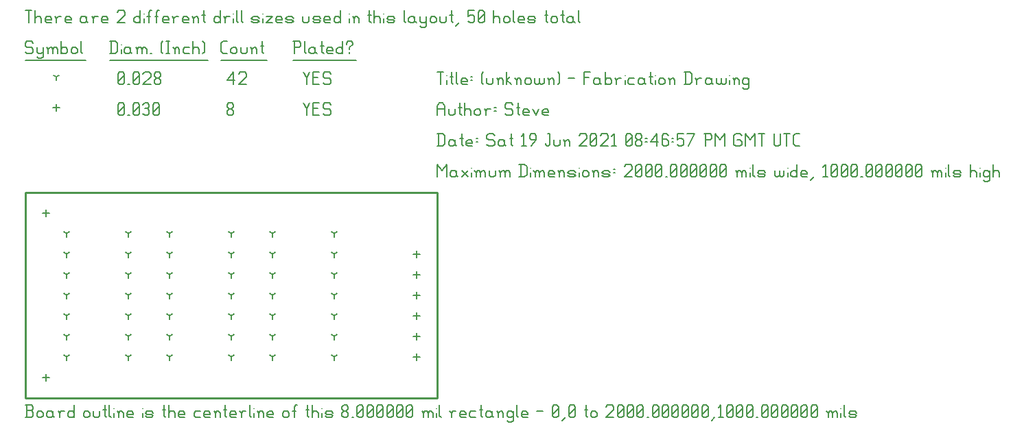
<source format=gbr>
G04 start of page 17 for group -3984 idx -3984 *
G04 Title: (unknown), fab *
G04 Creator: pcb 20140316 *
G04 CreationDate: Sat 19 Jun 2021 08:46:57 PM GMT UTC *
G04 For: steve *
G04 Format: Gerber/RS-274X *
G04 PCB-Dimensions (mil): 2000.00 1000.00 *
G04 PCB-Coordinate-Origin: lower left *
%MOIN*%
%FSLAX25Y25*%
%LNFAB*%
%ADD61C,0.0100*%
%ADD60C,0.0075*%
%ADD59C,0.0060*%
%ADD58C,0.0080*%
G54D58*X190000Y41600D02*Y38400D01*
X188400Y40000D02*X191600D01*
X190000Y31600D02*Y28400D01*
X188400Y30000D02*X191600D01*
X190000Y51600D02*Y48400D01*
X188400Y50000D02*X191600D01*
X190000Y61600D02*Y58400D01*
X188400Y60000D02*X191600D01*
X190000Y71600D02*Y68400D01*
X188400Y70000D02*X191600D01*
X190000Y21600D02*Y18400D01*
X188400Y20000D02*X191600D01*
X10000Y91600D02*Y88400D01*
X8400Y90000D02*X11600D01*
X10000Y11600D02*Y8400D01*
X8400Y10000D02*X11600D01*
X15000Y142850D02*Y139650D01*
X13400Y141250D02*X16600D01*
G54D59*X135000Y143500D02*X136500Y140500D01*
X138000Y143500D01*
X136500Y140500D02*Y137500D01*
X139800Y140800D02*X142050D01*
X139800Y137500D02*X142800D01*
X139800Y143500D02*Y137500D01*
Y143500D02*X142800D01*
X147600D02*X148350Y142750D01*
X145350Y143500D02*X147600D01*
X144600Y142750D02*X145350Y143500D01*
X144600Y142750D02*Y141250D01*
X145350Y140500D01*
X147600D01*
X148350Y139750D01*
Y138250D01*
X147600Y137500D02*X148350Y138250D01*
X145350Y137500D02*X147600D01*
X144600Y138250D02*X145350Y137500D01*
X98000Y138250D02*X98750Y137500D01*
X98000Y139450D02*Y138250D01*
Y139450D02*X99050Y140500D01*
X99950D01*
X101000Y139450D01*
Y138250D01*
X100250Y137500D02*X101000Y138250D01*
X98750Y137500D02*X100250D01*
X98000Y141550D02*X99050Y140500D01*
X98000Y142750D02*Y141550D01*
Y142750D02*X98750Y143500D01*
X100250D01*
X101000Y142750D01*
Y141550D01*
X99950Y140500D02*X101000Y141550D01*
X45000Y138250D02*X45750Y137500D01*
X45000Y142750D02*Y138250D01*
Y142750D02*X45750Y143500D01*
X47250D01*
X48000Y142750D01*
Y138250D01*
X47250Y137500D02*X48000Y138250D01*
X45750Y137500D02*X47250D01*
X45000Y139000D02*X48000Y142000D01*
X49800Y137500D02*X50550D01*
X52350Y138250D02*X53100Y137500D01*
X52350Y142750D02*Y138250D01*
Y142750D02*X53100Y143500D01*
X54600D01*
X55350Y142750D01*
Y138250D01*
X54600Y137500D02*X55350Y138250D01*
X53100Y137500D02*X54600D01*
X52350Y139000D02*X55350Y142000D01*
X57150Y142750D02*X57900Y143500D01*
X59400D01*
X60150Y142750D01*
X59400Y137500D02*X60150Y138250D01*
X57900Y137500D02*X59400D01*
X57150Y138250D02*X57900Y137500D01*
Y140800D02*X59400D01*
X60150Y142750D02*Y141550D01*
Y140050D02*Y138250D01*
Y140050D02*X59400Y140800D01*
X60150Y141550D02*X59400Y140800D01*
X61950Y138250D02*X62700Y137500D01*
X61950Y142750D02*Y138250D01*
Y142750D02*X62700Y143500D01*
X64200D01*
X64950Y142750D01*
Y138250D01*
X64200Y137500D02*X64950Y138250D01*
X62700Y137500D02*X64200D01*
X61950Y139000D02*X64950Y142000D01*
X20000Y80000D02*Y78400D01*
Y80000D02*X21387Y80800D01*
X20000Y80000D02*X18613Y80800D01*
X20000Y70000D02*Y68400D01*
Y70000D02*X21387Y70800D01*
X20000Y70000D02*X18613Y70800D01*
X20000Y60000D02*Y58400D01*
Y60000D02*X21387Y60800D01*
X20000Y60000D02*X18613Y60800D01*
X20000Y50000D02*Y48400D01*
Y50000D02*X21387Y50800D01*
X20000Y50000D02*X18613Y50800D01*
X20000Y40000D02*Y38400D01*
Y40000D02*X21387Y40800D01*
X20000Y40000D02*X18613Y40800D01*
X20000Y30000D02*Y28400D01*
Y30000D02*X21387Y30800D01*
X20000Y30000D02*X18613Y30800D01*
X20000Y20000D02*Y18400D01*
Y20000D02*X21387Y20800D01*
X20000Y20000D02*X18613Y20800D01*
X50000Y20000D02*Y18400D01*
Y20000D02*X51387Y20800D01*
X50000Y20000D02*X48613Y20800D01*
X50000Y30000D02*Y28400D01*
Y30000D02*X51387Y30800D01*
X50000Y30000D02*X48613Y30800D01*
X50000Y40000D02*Y38400D01*
Y40000D02*X51387Y40800D01*
X50000Y40000D02*X48613Y40800D01*
X50000Y50000D02*Y48400D01*
Y50000D02*X51387Y50800D01*
X50000Y50000D02*X48613Y50800D01*
X50000Y60000D02*Y58400D01*
Y60000D02*X51387Y60800D01*
X50000Y60000D02*X48613Y60800D01*
X50000Y70000D02*Y68400D01*
Y70000D02*X51387Y70800D01*
X50000Y70000D02*X48613Y70800D01*
X50000Y80000D02*Y78400D01*
Y80000D02*X51387Y80800D01*
X50000Y80000D02*X48613Y80800D01*
X70000Y80000D02*Y78400D01*
Y80000D02*X71387Y80800D01*
X70000Y80000D02*X68613Y80800D01*
X70000Y70000D02*Y68400D01*
Y70000D02*X71387Y70800D01*
X70000Y70000D02*X68613Y70800D01*
X70000Y60000D02*Y58400D01*
Y60000D02*X71387Y60800D01*
X70000Y60000D02*X68613Y60800D01*
X70000Y50000D02*Y48400D01*
Y50000D02*X71387Y50800D01*
X70000Y50000D02*X68613Y50800D01*
X70000Y40000D02*Y38400D01*
Y40000D02*X71387Y40800D01*
X70000Y40000D02*X68613Y40800D01*
X70000Y30000D02*Y28400D01*
Y30000D02*X71387Y30800D01*
X70000Y30000D02*X68613Y30800D01*
X70000Y20000D02*Y18400D01*
Y20000D02*X71387Y20800D01*
X70000Y20000D02*X68613Y20800D01*
X100000Y20000D02*Y18400D01*
Y20000D02*X101387Y20800D01*
X100000Y20000D02*X98613Y20800D01*
X100000Y30000D02*Y28400D01*
Y30000D02*X101387Y30800D01*
X100000Y30000D02*X98613Y30800D01*
X100000Y40000D02*Y38400D01*
Y40000D02*X101387Y40800D01*
X100000Y40000D02*X98613Y40800D01*
X100000Y50000D02*Y48400D01*
Y50000D02*X101387Y50800D01*
X100000Y50000D02*X98613Y50800D01*
X100000Y60000D02*Y58400D01*
Y60000D02*X101387Y60800D01*
X100000Y60000D02*X98613Y60800D01*
X100000Y70000D02*Y68400D01*
Y70000D02*X101387Y70800D01*
X100000Y70000D02*X98613Y70800D01*
X100000Y80000D02*Y78400D01*
Y80000D02*X101387Y80800D01*
X100000Y80000D02*X98613Y80800D01*
X120000Y80000D02*Y78400D01*
Y80000D02*X121387Y80800D01*
X120000Y80000D02*X118613Y80800D01*
X120000Y70000D02*Y68400D01*
Y70000D02*X121387Y70800D01*
X120000Y70000D02*X118613Y70800D01*
X120000Y60000D02*Y58400D01*
Y60000D02*X121387Y60800D01*
X120000Y60000D02*X118613Y60800D01*
X120000Y50000D02*Y48400D01*
Y50000D02*X121387Y50800D01*
X120000Y50000D02*X118613Y50800D01*
X120000Y40000D02*Y38400D01*
Y40000D02*X121387Y40800D01*
X120000Y40000D02*X118613Y40800D01*
X120000Y30000D02*Y28400D01*
Y30000D02*X121387Y30800D01*
X120000Y30000D02*X118613Y30800D01*
X120000Y20000D02*Y18400D01*
Y20000D02*X121387Y20800D01*
X120000Y20000D02*X118613Y20800D01*
X150000Y20000D02*Y18400D01*
Y20000D02*X151387Y20800D01*
X150000Y20000D02*X148613Y20800D01*
X150000Y30000D02*Y28400D01*
Y30000D02*X151387Y30800D01*
X150000Y30000D02*X148613Y30800D01*
X150000Y40000D02*Y38400D01*
Y40000D02*X151387Y40800D01*
X150000Y40000D02*X148613Y40800D01*
X150000Y50000D02*Y48400D01*
Y50000D02*X151387Y50800D01*
X150000Y50000D02*X148613Y50800D01*
X150000Y60000D02*Y58400D01*
Y60000D02*X151387Y60800D01*
X150000Y60000D02*X148613Y60800D01*
X150000Y70000D02*Y68400D01*
Y70000D02*X151387Y70800D01*
X150000Y70000D02*X148613Y70800D01*
X150000Y80000D02*Y78400D01*
Y80000D02*X151387Y80800D01*
X150000Y80000D02*X148613Y80800D01*
X15000Y156250D02*Y154650D01*
Y156250D02*X16387Y157050D01*
X15000Y156250D02*X13613Y157050D01*
X135000Y158500D02*X136500Y155500D01*
X138000Y158500D01*
X136500Y155500D02*Y152500D01*
X139800Y155800D02*X142050D01*
X139800Y152500D02*X142800D01*
X139800Y158500D02*Y152500D01*
Y158500D02*X142800D01*
X147600D02*X148350Y157750D01*
X145350Y158500D02*X147600D01*
X144600Y157750D02*X145350Y158500D01*
X144600Y157750D02*Y156250D01*
X145350Y155500D01*
X147600D01*
X148350Y154750D01*
Y153250D01*
X147600Y152500D02*X148350Y153250D01*
X145350Y152500D02*X147600D01*
X144600Y153250D02*X145350Y152500D01*
X98000Y154750D02*X101000Y158500D01*
X98000Y154750D02*X101750D01*
X101000Y158500D02*Y152500D01*
X103550Y157750D02*X104300Y158500D01*
X106550D01*
X107300Y157750D01*
Y156250D01*
X103550Y152500D02*X107300Y156250D01*
X103550Y152500D02*X107300D01*
X45000Y153250D02*X45750Y152500D01*
X45000Y157750D02*Y153250D01*
Y157750D02*X45750Y158500D01*
X47250D01*
X48000Y157750D01*
Y153250D01*
X47250Y152500D02*X48000Y153250D01*
X45750Y152500D02*X47250D01*
X45000Y154000D02*X48000Y157000D01*
X49800Y152500D02*X50550D01*
X52350Y153250D02*X53100Y152500D01*
X52350Y157750D02*Y153250D01*
Y157750D02*X53100Y158500D01*
X54600D01*
X55350Y157750D01*
Y153250D01*
X54600Y152500D02*X55350Y153250D01*
X53100Y152500D02*X54600D01*
X52350Y154000D02*X55350Y157000D01*
X57150Y157750D02*X57900Y158500D01*
X60150D01*
X60900Y157750D01*
Y156250D01*
X57150Y152500D02*X60900Y156250D01*
X57150Y152500D02*X60900D01*
X62700Y153250D02*X63450Y152500D01*
X62700Y154450D02*Y153250D01*
Y154450D02*X63750Y155500D01*
X64650D01*
X65700Y154450D01*
Y153250D01*
X64950Y152500D02*X65700Y153250D01*
X63450Y152500D02*X64950D01*
X62700Y156550D02*X63750Y155500D01*
X62700Y157750D02*Y156550D01*
Y157750D02*X63450Y158500D01*
X64950D01*
X65700Y157750D01*
Y156550D01*
X64650Y155500D02*X65700Y156550D01*
X3000Y173500D02*X3750Y172750D01*
X750Y173500D02*X3000D01*
X0Y172750D02*X750Y173500D01*
X0Y172750D02*Y171250D01*
X750Y170500D01*
X3000D01*
X3750Y169750D01*
Y168250D01*
X3000Y167500D02*X3750Y168250D01*
X750Y167500D02*X3000D01*
X0Y168250D02*X750Y167500D01*
X5550Y170500D02*Y168250D01*
X6300Y167500D01*
X8550Y170500D02*Y166000D01*
X7800Y165250D02*X8550Y166000D01*
X6300Y165250D02*X7800D01*
X5550Y166000D02*X6300Y165250D01*
Y167500D02*X7800D01*
X8550Y168250D01*
X11100Y169750D02*Y167500D01*
Y169750D02*X11850Y170500D01*
X12600D01*
X13350Y169750D01*
Y167500D01*
Y169750D02*X14100Y170500D01*
X14850D01*
X15600Y169750D01*
Y167500D01*
X10350Y170500D02*X11100Y169750D01*
X17400Y173500D02*Y167500D01*
Y168250D02*X18150Y167500D01*
X19650D01*
X20400Y168250D01*
Y169750D02*Y168250D01*
X19650Y170500D02*X20400Y169750D01*
X18150Y170500D02*X19650D01*
X17400Y169750D02*X18150Y170500D01*
X22200Y169750D02*Y168250D01*
Y169750D02*X22950Y170500D01*
X24450D01*
X25200Y169750D01*
Y168250D01*
X24450Y167500D02*X25200Y168250D01*
X22950Y167500D02*X24450D01*
X22200Y168250D02*X22950Y167500D01*
X27000Y173500D02*Y168250D01*
X27750Y167500D01*
X0Y164250D02*X29250D01*
X41750Y173500D02*Y167500D01*
X43700Y173500D02*X44750Y172450D01*
Y168550D01*
X43700Y167500D02*X44750Y168550D01*
X41000Y167500D02*X43700D01*
X41000Y173500D02*X43700D01*
G54D60*X46550Y172000D02*Y171850D01*
G54D59*Y169750D02*Y167500D01*
X50300Y170500D02*X51050Y169750D01*
X48800Y170500D02*X50300D01*
X48050Y169750D02*X48800Y170500D01*
X48050Y169750D02*Y168250D01*
X48800Y167500D01*
X51050Y170500D02*Y168250D01*
X51800Y167500D01*
X48800D02*X50300D01*
X51050Y168250D01*
X54350Y169750D02*Y167500D01*
Y169750D02*X55100Y170500D01*
X55850D01*
X56600Y169750D01*
Y167500D01*
Y169750D02*X57350Y170500D01*
X58100D01*
X58850Y169750D01*
Y167500D01*
X53600Y170500D02*X54350Y169750D01*
X60650Y167500D02*X61400D01*
X65900Y168250D02*X66650Y167500D01*
X65900Y172750D02*X66650Y173500D01*
X65900Y172750D02*Y168250D01*
X68450Y173500D02*X69950D01*
X69200D02*Y167500D01*
X68450D02*X69950D01*
X72500Y169750D02*Y167500D01*
Y169750D02*X73250Y170500D01*
X74000D01*
X74750Y169750D01*
Y167500D01*
X71750Y170500D02*X72500Y169750D01*
X77300Y170500D02*X79550D01*
X76550Y169750D02*X77300Y170500D01*
X76550Y169750D02*Y168250D01*
X77300Y167500D01*
X79550D01*
X81350Y173500D02*Y167500D01*
Y169750D02*X82100Y170500D01*
X83600D01*
X84350Y169750D01*
Y167500D01*
X86150Y173500D02*X86900Y172750D01*
Y168250D01*
X86150Y167500D02*X86900Y168250D01*
X41000Y164250D02*X88700D01*
X96050Y167500D02*X98000D01*
X95000Y168550D02*X96050Y167500D01*
X95000Y172450D02*Y168550D01*
Y172450D02*X96050Y173500D01*
X98000D01*
X99800Y169750D02*Y168250D01*
Y169750D02*X100550Y170500D01*
X102050D01*
X102800Y169750D01*
Y168250D01*
X102050Y167500D02*X102800Y168250D01*
X100550Y167500D02*X102050D01*
X99800Y168250D02*X100550Y167500D01*
X104600Y170500D02*Y168250D01*
X105350Y167500D01*
X106850D01*
X107600Y168250D01*
Y170500D02*Y168250D01*
X110150Y169750D02*Y167500D01*
Y169750D02*X110900Y170500D01*
X111650D01*
X112400Y169750D01*
Y167500D01*
X109400Y170500D02*X110150Y169750D01*
X114950Y173500D02*Y168250D01*
X115700Y167500D01*
X114200Y171250D02*X115700D01*
X95000Y164250D02*X117200D01*
X130750Y173500D02*Y167500D01*
X130000Y173500D02*X133000D01*
X133750Y172750D01*
Y171250D01*
X133000Y170500D02*X133750Y171250D01*
X130750Y170500D02*X133000D01*
X135550Y173500D02*Y168250D01*
X136300Y167500D01*
X140050Y170500D02*X140800Y169750D01*
X138550Y170500D02*X140050D01*
X137800Y169750D02*X138550Y170500D01*
X137800Y169750D02*Y168250D01*
X138550Y167500D01*
X140800Y170500D02*Y168250D01*
X141550Y167500D01*
X138550D02*X140050D01*
X140800Y168250D01*
X144100Y173500D02*Y168250D01*
X144850Y167500D01*
X143350Y171250D02*X144850D01*
X147100Y167500D02*X149350D01*
X146350Y168250D02*X147100Y167500D01*
X146350Y169750D02*Y168250D01*
Y169750D02*X147100Y170500D01*
X148600D01*
X149350Y169750D01*
X146350Y169000D02*X149350D01*
Y169750D02*Y169000D01*
X154150Y173500D02*Y167500D01*
X153400D02*X154150Y168250D01*
X151900Y167500D02*X153400D01*
X151150Y168250D02*X151900Y167500D01*
X151150Y169750D02*Y168250D01*
Y169750D02*X151900Y170500D01*
X153400D01*
X154150Y169750D01*
X157450Y170500D02*Y169750D01*
Y168250D02*Y167500D01*
X155950Y172750D02*Y172000D01*
Y172750D02*X156700Y173500D01*
X158200D01*
X158950Y172750D01*
Y172000D01*
X157450Y170500D02*X158950Y172000D01*
X130000Y164250D02*X160750D01*
X0Y188500D02*X3000D01*
X1500D02*Y182500D01*
X4800Y188500D02*Y182500D01*
Y184750D02*X5550Y185500D01*
X7050D01*
X7800Y184750D01*
Y182500D01*
X10350D02*X12600D01*
X9600Y183250D02*X10350Y182500D01*
X9600Y184750D02*Y183250D01*
Y184750D02*X10350Y185500D01*
X11850D01*
X12600Y184750D01*
X9600Y184000D02*X12600D01*
Y184750D02*Y184000D01*
X15150Y184750D02*Y182500D01*
Y184750D02*X15900Y185500D01*
X17400D01*
X14400D02*X15150Y184750D01*
X19950Y182500D02*X22200D01*
X19200Y183250D02*X19950Y182500D01*
X19200Y184750D02*Y183250D01*
Y184750D02*X19950Y185500D01*
X21450D01*
X22200Y184750D01*
X19200Y184000D02*X22200D01*
Y184750D02*Y184000D01*
X28950Y185500D02*X29700Y184750D01*
X27450Y185500D02*X28950D01*
X26700Y184750D02*X27450Y185500D01*
X26700Y184750D02*Y183250D01*
X27450Y182500D01*
X29700Y185500D02*Y183250D01*
X30450Y182500D01*
X27450D02*X28950D01*
X29700Y183250D01*
X33000Y184750D02*Y182500D01*
Y184750D02*X33750Y185500D01*
X35250D01*
X32250D02*X33000Y184750D01*
X37800Y182500D02*X40050D01*
X37050Y183250D02*X37800Y182500D01*
X37050Y184750D02*Y183250D01*
Y184750D02*X37800Y185500D01*
X39300D01*
X40050Y184750D01*
X37050Y184000D02*X40050D01*
Y184750D02*Y184000D01*
X44550Y187750D02*X45300Y188500D01*
X47550D01*
X48300Y187750D01*
Y186250D01*
X44550Y182500D02*X48300Y186250D01*
X44550Y182500D02*X48300D01*
X55800Y188500D02*Y182500D01*
X55050D02*X55800Y183250D01*
X53550Y182500D02*X55050D01*
X52800Y183250D02*X53550Y182500D01*
X52800Y184750D02*Y183250D01*
Y184750D02*X53550Y185500D01*
X55050D01*
X55800Y184750D01*
G54D60*X57600Y187000D02*Y186850D01*
G54D59*Y184750D02*Y182500D01*
X59850Y187750D02*Y182500D01*
Y187750D02*X60600Y188500D01*
X61350D01*
X59100Y185500D02*X60600D01*
X63600Y187750D02*Y182500D01*
Y187750D02*X64350Y188500D01*
X65100D01*
X62850Y185500D02*X64350D01*
X67350Y182500D02*X69600D01*
X66600Y183250D02*X67350Y182500D01*
X66600Y184750D02*Y183250D01*
Y184750D02*X67350Y185500D01*
X68850D01*
X69600Y184750D01*
X66600Y184000D02*X69600D01*
Y184750D02*Y184000D01*
X72150Y184750D02*Y182500D01*
Y184750D02*X72900Y185500D01*
X74400D01*
X71400D02*X72150Y184750D01*
X76950Y182500D02*X79200D01*
X76200Y183250D02*X76950Y182500D01*
X76200Y184750D02*Y183250D01*
Y184750D02*X76950Y185500D01*
X78450D01*
X79200Y184750D01*
X76200Y184000D02*X79200D01*
Y184750D02*Y184000D01*
X81750Y184750D02*Y182500D01*
Y184750D02*X82500Y185500D01*
X83250D01*
X84000Y184750D01*
Y182500D01*
X81000Y185500D02*X81750Y184750D01*
X86550Y188500D02*Y183250D01*
X87300Y182500D01*
X85800Y186250D02*X87300D01*
X94500Y188500D02*Y182500D01*
X93750D02*X94500Y183250D01*
X92250Y182500D02*X93750D01*
X91500Y183250D02*X92250Y182500D01*
X91500Y184750D02*Y183250D01*
Y184750D02*X92250Y185500D01*
X93750D01*
X94500Y184750D01*
X97050D02*Y182500D01*
Y184750D02*X97800Y185500D01*
X99300D01*
X96300D02*X97050Y184750D01*
G54D60*X101100Y187000D02*Y186850D01*
G54D59*Y184750D02*Y182500D01*
X102600Y188500D02*Y183250D01*
X103350Y182500D01*
X104850Y188500D02*Y183250D01*
X105600Y182500D01*
X110550D02*X112800D01*
X113550Y183250D01*
X112800Y184000D02*X113550Y183250D01*
X110550Y184000D02*X112800D01*
X109800Y184750D02*X110550Y184000D01*
X109800Y184750D02*X110550Y185500D01*
X112800D01*
X113550Y184750D01*
X109800Y183250D02*X110550Y182500D01*
G54D60*X115350Y187000D02*Y186850D01*
G54D59*Y184750D02*Y182500D01*
X116850Y185500D02*X119850D01*
X116850Y182500D02*X119850Y185500D01*
X116850Y182500D02*X119850D01*
X122400D02*X124650D01*
X121650Y183250D02*X122400Y182500D01*
X121650Y184750D02*Y183250D01*
Y184750D02*X122400Y185500D01*
X123900D01*
X124650Y184750D01*
X121650Y184000D02*X124650D01*
Y184750D02*Y184000D01*
X127200Y182500D02*X129450D01*
X130200Y183250D01*
X129450Y184000D02*X130200Y183250D01*
X127200Y184000D02*X129450D01*
X126450Y184750D02*X127200Y184000D01*
X126450Y184750D02*X127200Y185500D01*
X129450D01*
X130200Y184750D01*
X126450Y183250D02*X127200Y182500D01*
X134700Y185500D02*Y183250D01*
X135450Y182500D01*
X136950D01*
X137700Y183250D01*
Y185500D02*Y183250D01*
X140250Y182500D02*X142500D01*
X143250Y183250D01*
X142500Y184000D02*X143250Y183250D01*
X140250Y184000D02*X142500D01*
X139500Y184750D02*X140250Y184000D01*
X139500Y184750D02*X140250Y185500D01*
X142500D01*
X143250Y184750D01*
X139500Y183250D02*X140250Y182500D01*
X145800D02*X148050D01*
X145050Y183250D02*X145800Y182500D01*
X145050Y184750D02*Y183250D01*
Y184750D02*X145800Y185500D01*
X147300D01*
X148050Y184750D01*
X145050Y184000D02*X148050D01*
Y184750D02*Y184000D01*
X152850Y188500D02*Y182500D01*
X152100D02*X152850Y183250D01*
X150600Y182500D02*X152100D01*
X149850Y183250D02*X150600Y182500D01*
X149850Y184750D02*Y183250D01*
Y184750D02*X150600Y185500D01*
X152100D01*
X152850Y184750D01*
G54D60*X157350Y187000D02*Y186850D01*
G54D59*Y184750D02*Y182500D01*
X159600Y184750D02*Y182500D01*
Y184750D02*X160350Y185500D01*
X161100D01*
X161850Y184750D01*
Y182500D01*
X158850Y185500D02*X159600Y184750D01*
X167100Y188500D02*Y183250D01*
X167850Y182500D01*
X166350Y186250D02*X167850D01*
X169350Y188500D02*Y182500D01*
Y184750D02*X170100Y185500D01*
X171600D01*
X172350Y184750D01*
Y182500D01*
G54D60*X174150Y187000D02*Y186850D01*
G54D59*Y184750D02*Y182500D01*
X176400D02*X178650D01*
X179400Y183250D01*
X178650Y184000D02*X179400Y183250D01*
X176400Y184000D02*X178650D01*
X175650Y184750D02*X176400Y184000D01*
X175650Y184750D02*X176400Y185500D01*
X178650D01*
X179400Y184750D01*
X175650Y183250D02*X176400Y182500D01*
X183900Y188500D02*Y183250D01*
X184650Y182500D01*
X188400Y185500D02*X189150Y184750D01*
X186900Y185500D02*X188400D01*
X186150Y184750D02*X186900Y185500D01*
X186150Y184750D02*Y183250D01*
X186900Y182500D01*
X189150Y185500D02*Y183250D01*
X189900Y182500D01*
X186900D02*X188400D01*
X189150Y183250D01*
X191700Y185500D02*Y183250D01*
X192450Y182500D01*
X194700Y185500D02*Y181000D01*
X193950Y180250D02*X194700Y181000D01*
X192450Y180250D02*X193950D01*
X191700Y181000D02*X192450Y180250D01*
Y182500D02*X193950D01*
X194700Y183250D01*
X196500Y184750D02*Y183250D01*
Y184750D02*X197250Y185500D01*
X198750D01*
X199500Y184750D01*
Y183250D01*
X198750Y182500D02*X199500Y183250D01*
X197250Y182500D02*X198750D01*
X196500Y183250D02*X197250Y182500D01*
X201300Y185500D02*Y183250D01*
X202050Y182500D01*
X203550D01*
X204300Y183250D01*
Y185500D02*Y183250D01*
X206850Y188500D02*Y183250D01*
X207600Y182500D01*
X206100Y186250D02*X207600D01*
X209100Y181000D02*X210600Y182500D01*
X215100Y188500D02*X218100D01*
X215100D02*Y185500D01*
X215850Y186250D01*
X217350D01*
X218100Y185500D01*
Y183250D01*
X217350Y182500D02*X218100Y183250D01*
X215850Y182500D02*X217350D01*
X215100Y183250D02*X215850Y182500D01*
X219900Y183250D02*X220650Y182500D01*
X219900Y187750D02*Y183250D01*
Y187750D02*X220650Y188500D01*
X222150D01*
X222900Y187750D01*
Y183250D01*
X222150Y182500D02*X222900Y183250D01*
X220650Y182500D02*X222150D01*
X219900Y184000D02*X222900Y187000D01*
X227400Y188500D02*Y182500D01*
Y184750D02*X228150Y185500D01*
X229650D01*
X230400Y184750D01*
Y182500D01*
X232200Y184750D02*Y183250D01*
Y184750D02*X232950Y185500D01*
X234450D01*
X235200Y184750D01*
Y183250D01*
X234450Y182500D02*X235200Y183250D01*
X232950Y182500D02*X234450D01*
X232200Y183250D02*X232950Y182500D01*
X237000Y188500D02*Y183250D01*
X237750Y182500D01*
X240000D02*X242250D01*
X239250Y183250D02*X240000Y182500D01*
X239250Y184750D02*Y183250D01*
Y184750D02*X240000Y185500D01*
X241500D01*
X242250Y184750D01*
X239250Y184000D02*X242250D01*
Y184750D02*Y184000D01*
X244800Y182500D02*X247050D01*
X247800Y183250D01*
X247050Y184000D02*X247800Y183250D01*
X244800Y184000D02*X247050D01*
X244050Y184750D02*X244800Y184000D01*
X244050Y184750D02*X244800Y185500D01*
X247050D01*
X247800Y184750D01*
X244050Y183250D02*X244800Y182500D01*
X253050Y188500D02*Y183250D01*
X253800Y182500D01*
X252300Y186250D02*X253800D01*
X255300Y184750D02*Y183250D01*
Y184750D02*X256050Y185500D01*
X257550D01*
X258300Y184750D01*
Y183250D01*
X257550Y182500D02*X258300Y183250D01*
X256050Y182500D02*X257550D01*
X255300Y183250D02*X256050Y182500D01*
X260850Y188500D02*Y183250D01*
X261600Y182500D01*
X260100Y186250D02*X261600D01*
X265350Y185500D02*X266100Y184750D01*
X263850Y185500D02*X265350D01*
X263100Y184750D02*X263850Y185500D01*
X263100Y184750D02*Y183250D01*
X263850Y182500D01*
X266100Y185500D02*Y183250D01*
X266850Y182500D01*
X263850D02*X265350D01*
X266100Y183250D01*
X268650Y188500D02*Y183250D01*
X269400Y182500D01*
G54D61*X0Y100000D02*X200000D01*
X0D02*Y0D01*
X200000Y100000D02*Y0D01*
X0D02*X200000D01*
G54D59*Y113500D02*Y107500D01*
Y113500D02*X202250Y110500D01*
X204500Y113500D01*
Y107500D01*
X208550Y110500D02*X209300Y109750D01*
X207050Y110500D02*X208550D01*
X206300Y109750D02*X207050Y110500D01*
X206300Y109750D02*Y108250D01*
X207050Y107500D01*
X209300Y110500D02*Y108250D01*
X210050Y107500D01*
X207050D02*X208550D01*
X209300Y108250D01*
X211850Y110500D02*X214850Y107500D01*
X211850D02*X214850Y110500D01*
G54D60*X216650Y112000D02*Y111850D01*
G54D59*Y109750D02*Y107500D01*
X218900Y109750D02*Y107500D01*
Y109750D02*X219650Y110500D01*
X220400D01*
X221150Y109750D01*
Y107500D01*
Y109750D02*X221900Y110500D01*
X222650D01*
X223400Y109750D01*
Y107500D01*
X218150Y110500D02*X218900Y109750D01*
X225200Y110500D02*Y108250D01*
X225950Y107500D01*
X227450D01*
X228200Y108250D01*
Y110500D02*Y108250D01*
X230750Y109750D02*Y107500D01*
Y109750D02*X231500Y110500D01*
X232250D01*
X233000Y109750D01*
Y107500D01*
Y109750D02*X233750Y110500D01*
X234500D01*
X235250Y109750D01*
Y107500D01*
X230000Y110500D02*X230750Y109750D01*
X240500Y113500D02*Y107500D01*
X242450Y113500D02*X243500Y112450D01*
Y108550D01*
X242450Y107500D02*X243500Y108550D01*
X239750Y107500D02*X242450D01*
X239750Y113500D02*X242450D01*
G54D60*X245300Y112000D02*Y111850D01*
G54D59*Y109750D02*Y107500D01*
X247550Y109750D02*Y107500D01*
Y109750D02*X248300Y110500D01*
X249050D01*
X249800Y109750D01*
Y107500D01*
Y109750D02*X250550Y110500D01*
X251300D01*
X252050Y109750D01*
Y107500D01*
X246800Y110500D02*X247550Y109750D01*
X254600Y107500D02*X256850D01*
X253850Y108250D02*X254600Y107500D01*
X253850Y109750D02*Y108250D01*
Y109750D02*X254600Y110500D01*
X256100D01*
X256850Y109750D01*
X253850Y109000D02*X256850D01*
Y109750D02*Y109000D01*
X259400Y109750D02*Y107500D01*
Y109750D02*X260150Y110500D01*
X260900D01*
X261650Y109750D01*
Y107500D01*
X258650Y110500D02*X259400Y109750D01*
X264200Y107500D02*X266450D01*
X267200Y108250D01*
X266450Y109000D02*X267200Y108250D01*
X264200Y109000D02*X266450D01*
X263450Y109750D02*X264200Y109000D01*
X263450Y109750D02*X264200Y110500D01*
X266450D01*
X267200Y109750D01*
X263450Y108250D02*X264200Y107500D01*
G54D60*X269000Y112000D02*Y111850D01*
G54D59*Y109750D02*Y107500D01*
X270500Y109750D02*Y108250D01*
Y109750D02*X271250Y110500D01*
X272750D01*
X273500Y109750D01*
Y108250D01*
X272750Y107500D02*X273500Y108250D01*
X271250Y107500D02*X272750D01*
X270500Y108250D02*X271250Y107500D01*
X276050Y109750D02*Y107500D01*
Y109750D02*X276800Y110500D01*
X277550D01*
X278300Y109750D01*
Y107500D01*
X275300Y110500D02*X276050Y109750D01*
X280850Y107500D02*X283100D01*
X283850Y108250D01*
X283100Y109000D02*X283850Y108250D01*
X280850Y109000D02*X283100D01*
X280100Y109750D02*X280850Y109000D01*
X280100Y109750D02*X280850Y110500D01*
X283100D01*
X283850Y109750D01*
X280100Y108250D02*X280850Y107500D01*
X285650Y111250D02*X286400D01*
X285650Y109750D02*X286400D01*
X290900Y112750D02*X291650Y113500D01*
X293900D01*
X294650Y112750D01*
Y111250D01*
X290900Y107500D02*X294650Y111250D01*
X290900Y107500D02*X294650D01*
X296450Y108250D02*X297200Y107500D01*
X296450Y112750D02*Y108250D01*
Y112750D02*X297200Y113500D01*
X298700D01*
X299450Y112750D01*
Y108250D01*
X298700Y107500D02*X299450Y108250D01*
X297200Y107500D02*X298700D01*
X296450Y109000D02*X299450Y112000D01*
X301250Y108250D02*X302000Y107500D01*
X301250Y112750D02*Y108250D01*
Y112750D02*X302000Y113500D01*
X303500D01*
X304250Y112750D01*
Y108250D01*
X303500Y107500D02*X304250Y108250D01*
X302000Y107500D02*X303500D01*
X301250Y109000D02*X304250Y112000D01*
X306050Y108250D02*X306800Y107500D01*
X306050Y112750D02*Y108250D01*
Y112750D02*X306800Y113500D01*
X308300D01*
X309050Y112750D01*
Y108250D01*
X308300Y107500D02*X309050Y108250D01*
X306800Y107500D02*X308300D01*
X306050Y109000D02*X309050Y112000D01*
X310850Y107500D02*X311600D01*
X313400Y108250D02*X314150Y107500D01*
X313400Y112750D02*Y108250D01*
Y112750D02*X314150Y113500D01*
X315650D01*
X316400Y112750D01*
Y108250D01*
X315650Y107500D02*X316400Y108250D01*
X314150Y107500D02*X315650D01*
X313400Y109000D02*X316400Y112000D01*
X318200Y108250D02*X318950Y107500D01*
X318200Y112750D02*Y108250D01*
Y112750D02*X318950Y113500D01*
X320450D01*
X321200Y112750D01*
Y108250D01*
X320450Y107500D02*X321200Y108250D01*
X318950Y107500D02*X320450D01*
X318200Y109000D02*X321200Y112000D01*
X323000Y108250D02*X323750Y107500D01*
X323000Y112750D02*Y108250D01*
Y112750D02*X323750Y113500D01*
X325250D01*
X326000Y112750D01*
Y108250D01*
X325250Y107500D02*X326000Y108250D01*
X323750Y107500D02*X325250D01*
X323000Y109000D02*X326000Y112000D01*
X327800Y108250D02*X328550Y107500D01*
X327800Y112750D02*Y108250D01*
Y112750D02*X328550Y113500D01*
X330050D01*
X330800Y112750D01*
Y108250D01*
X330050Y107500D02*X330800Y108250D01*
X328550Y107500D02*X330050D01*
X327800Y109000D02*X330800Y112000D01*
X332600Y108250D02*X333350Y107500D01*
X332600Y112750D02*Y108250D01*
Y112750D02*X333350Y113500D01*
X334850D01*
X335600Y112750D01*
Y108250D01*
X334850Y107500D02*X335600Y108250D01*
X333350Y107500D02*X334850D01*
X332600Y109000D02*X335600Y112000D01*
X337400Y108250D02*X338150Y107500D01*
X337400Y112750D02*Y108250D01*
Y112750D02*X338150Y113500D01*
X339650D01*
X340400Y112750D01*
Y108250D01*
X339650Y107500D02*X340400Y108250D01*
X338150Y107500D02*X339650D01*
X337400Y109000D02*X340400Y112000D01*
X345650Y109750D02*Y107500D01*
Y109750D02*X346400Y110500D01*
X347150D01*
X347900Y109750D01*
Y107500D01*
Y109750D02*X348650Y110500D01*
X349400D01*
X350150Y109750D01*
Y107500D01*
X344900Y110500D02*X345650Y109750D01*
G54D60*X351950Y112000D02*Y111850D01*
G54D59*Y109750D02*Y107500D01*
X353450Y113500D02*Y108250D01*
X354200Y107500D01*
X356450D02*X358700D01*
X359450Y108250D01*
X358700Y109000D02*X359450Y108250D01*
X356450Y109000D02*X358700D01*
X355700Y109750D02*X356450Y109000D01*
X355700Y109750D02*X356450Y110500D01*
X358700D01*
X359450Y109750D01*
X355700Y108250D02*X356450Y107500D01*
X363950Y110500D02*Y108250D01*
X364700Y107500D01*
X365450D01*
X366200Y108250D01*
Y110500D02*Y108250D01*
X366950Y107500D01*
X367700D01*
X368450Y108250D01*
Y110500D02*Y108250D01*
G54D60*X370250Y112000D02*Y111850D01*
G54D59*Y109750D02*Y107500D01*
X374750Y113500D02*Y107500D01*
X374000D02*X374750Y108250D01*
X372500Y107500D02*X374000D01*
X371750Y108250D02*X372500Y107500D01*
X371750Y109750D02*Y108250D01*
Y109750D02*X372500Y110500D01*
X374000D01*
X374750Y109750D01*
X377300Y107500D02*X379550D01*
X376550Y108250D02*X377300Y107500D01*
X376550Y109750D02*Y108250D01*
Y109750D02*X377300Y110500D01*
X378800D01*
X379550Y109750D01*
X376550Y109000D02*X379550D01*
Y109750D02*Y109000D01*
X381350Y106000D02*X382850Y107500D01*
X387350Y112300D02*X388550Y113500D01*
Y107500D01*
X387350D02*X389600D01*
X391400Y108250D02*X392150Y107500D01*
X391400Y112750D02*Y108250D01*
Y112750D02*X392150Y113500D01*
X393650D01*
X394400Y112750D01*
Y108250D01*
X393650Y107500D02*X394400Y108250D01*
X392150Y107500D02*X393650D01*
X391400Y109000D02*X394400Y112000D01*
X396200Y108250D02*X396950Y107500D01*
X396200Y112750D02*Y108250D01*
Y112750D02*X396950Y113500D01*
X398450D01*
X399200Y112750D01*
Y108250D01*
X398450Y107500D02*X399200Y108250D01*
X396950Y107500D02*X398450D01*
X396200Y109000D02*X399200Y112000D01*
X401000Y108250D02*X401750Y107500D01*
X401000Y112750D02*Y108250D01*
Y112750D02*X401750Y113500D01*
X403250D01*
X404000Y112750D01*
Y108250D01*
X403250Y107500D02*X404000Y108250D01*
X401750Y107500D02*X403250D01*
X401000Y109000D02*X404000Y112000D01*
X405800Y107500D02*X406550D01*
X408350Y108250D02*X409100Y107500D01*
X408350Y112750D02*Y108250D01*
Y112750D02*X409100Y113500D01*
X410600D01*
X411350Y112750D01*
Y108250D01*
X410600Y107500D02*X411350Y108250D01*
X409100Y107500D02*X410600D01*
X408350Y109000D02*X411350Y112000D01*
X413150Y108250D02*X413900Y107500D01*
X413150Y112750D02*Y108250D01*
Y112750D02*X413900Y113500D01*
X415400D01*
X416150Y112750D01*
Y108250D01*
X415400Y107500D02*X416150Y108250D01*
X413900Y107500D02*X415400D01*
X413150Y109000D02*X416150Y112000D01*
X417950Y108250D02*X418700Y107500D01*
X417950Y112750D02*Y108250D01*
Y112750D02*X418700Y113500D01*
X420200D01*
X420950Y112750D01*
Y108250D01*
X420200Y107500D02*X420950Y108250D01*
X418700Y107500D02*X420200D01*
X417950Y109000D02*X420950Y112000D01*
X422750Y108250D02*X423500Y107500D01*
X422750Y112750D02*Y108250D01*
Y112750D02*X423500Y113500D01*
X425000D01*
X425750Y112750D01*
Y108250D01*
X425000Y107500D02*X425750Y108250D01*
X423500Y107500D02*X425000D01*
X422750Y109000D02*X425750Y112000D01*
X427550Y108250D02*X428300Y107500D01*
X427550Y112750D02*Y108250D01*
Y112750D02*X428300Y113500D01*
X429800D01*
X430550Y112750D01*
Y108250D01*
X429800Y107500D02*X430550Y108250D01*
X428300Y107500D02*X429800D01*
X427550Y109000D02*X430550Y112000D01*
X432350Y108250D02*X433100Y107500D01*
X432350Y112750D02*Y108250D01*
Y112750D02*X433100Y113500D01*
X434600D01*
X435350Y112750D01*
Y108250D01*
X434600Y107500D02*X435350Y108250D01*
X433100Y107500D02*X434600D01*
X432350Y109000D02*X435350Y112000D01*
X440600Y109750D02*Y107500D01*
Y109750D02*X441350Y110500D01*
X442100D01*
X442850Y109750D01*
Y107500D01*
Y109750D02*X443600Y110500D01*
X444350D01*
X445100Y109750D01*
Y107500D01*
X439850Y110500D02*X440600Y109750D01*
G54D60*X446900Y112000D02*Y111850D01*
G54D59*Y109750D02*Y107500D01*
X448400Y113500D02*Y108250D01*
X449150Y107500D01*
X451400D02*X453650D01*
X454400Y108250D01*
X453650Y109000D02*X454400Y108250D01*
X451400Y109000D02*X453650D01*
X450650Y109750D02*X451400Y109000D01*
X450650Y109750D02*X451400Y110500D01*
X453650D01*
X454400Y109750D01*
X450650Y108250D02*X451400Y107500D01*
X458900Y113500D02*Y107500D01*
Y109750D02*X459650Y110500D01*
X461150D01*
X461900Y109750D01*
Y107500D01*
G54D60*X463700Y112000D02*Y111850D01*
G54D59*Y109750D02*Y107500D01*
X467450Y110500D02*X468200Y109750D01*
X465950Y110500D02*X467450D01*
X465200Y109750D02*X465950Y110500D01*
X465200Y109750D02*Y108250D01*
X465950Y107500D01*
X467450D01*
X468200Y108250D01*
X465200Y106000D02*X465950Y105250D01*
X467450D01*
X468200Y106000D01*
Y110500D02*Y106000D01*
X470000Y113500D02*Y107500D01*
Y109750D02*X470750Y110500D01*
X472250D01*
X473000Y109750D01*
Y107500D01*
X0Y-9500D02*X3000D01*
X3750Y-8750D01*
Y-6950D02*Y-8750D01*
X3000Y-6200D02*X3750Y-6950D01*
X750Y-6200D02*X3000D01*
X750Y-3500D02*Y-9500D01*
X0Y-3500D02*X3000D01*
X3750Y-4250D01*
Y-5450D01*
X3000Y-6200D02*X3750Y-5450D01*
X5550Y-7250D02*Y-8750D01*
Y-7250D02*X6300Y-6500D01*
X7800D01*
X8550Y-7250D01*
Y-8750D01*
X7800Y-9500D02*X8550Y-8750D01*
X6300Y-9500D02*X7800D01*
X5550Y-8750D02*X6300Y-9500D01*
X12600Y-6500D02*X13350Y-7250D01*
X11100Y-6500D02*X12600D01*
X10350Y-7250D02*X11100Y-6500D01*
X10350Y-7250D02*Y-8750D01*
X11100Y-9500D01*
X13350Y-6500D02*Y-8750D01*
X14100Y-9500D01*
X11100D02*X12600D01*
X13350Y-8750D01*
X16650Y-7250D02*Y-9500D01*
Y-7250D02*X17400Y-6500D01*
X18900D01*
X15900D02*X16650Y-7250D01*
X23700Y-3500D02*Y-9500D01*
X22950D02*X23700Y-8750D01*
X21450Y-9500D02*X22950D01*
X20700Y-8750D02*X21450Y-9500D01*
X20700Y-7250D02*Y-8750D01*
Y-7250D02*X21450Y-6500D01*
X22950D01*
X23700Y-7250D01*
X28200D02*Y-8750D01*
Y-7250D02*X28950Y-6500D01*
X30450D01*
X31200Y-7250D01*
Y-8750D01*
X30450Y-9500D02*X31200Y-8750D01*
X28950Y-9500D02*X30450D01*
X28200Y-8750D02*X28950Y-9500D01*
X33000Y-6500D02*Y-8750D01*
X33750Y-9500D01*
X35250D01*
X36000Y-8750D01*
Y-6500D02*Y-8750D01*
X38550Y-3500D02*Y-8750D01*
X39300Y-9500D01*
X37800Y-5750D02*X39300D01*
X40800Y-3500D02*Y-8750D01*
X41550Y-9500D01*
G54D60*X43050Y-5000D02*Y-5150D01*
G54D59*Y-7250D02*Y-9500D01*
X45300Y-7250D02*Y-9500D01*
Y-7250D02*X46050Y-6500D01*
X46800D01*
X47550Y-7250D01*
Y-9500D01*
X44550Y-6500D02*X45300Y-7250D01*
X50100Y-9500D02*X52350D01*
X49350Y-8750D02*X50100Y-9500D01*
X49350Y-7250D02*Y-8750D01*
Y-7250D02*X50100Y-6500D01*
X51600D01*
X52350Y-7250D01*
X49350Y-8000D02*X52350D01*
Y-7250D02*Y-8000D01*
G54D60*X56850Y-5000D02*Y-5150D01*
G54D59*Y-7250D02*Y-9500D01*
X59100D02*X61350D01*
X62100Y-8750D01*
X61350Y-8000D02*X62100Y-8750D01*
X59100Y-8000D02*X61350D01*
X58350Y-7250D02*X59100Y-8000D01*
X58350Y-7250D02*X59100Y-6500D01*
X61350D01*
X62100Y-7250D01*
X58350Y-8750D02*X59100Y-9500D01*
X67350Y-3500D02*Y-8750D01*
X68100Y-9500D01*
X66600Y-5750D02*X68100D01*
X69600Y-3500D02*Y-9500D01*
Y-7250D02*X70350Y-6500D01*
X71850D01*
X72600Y-7250D01*
Y-9500D01*
X75150D02*X77400D01*
X74400Y-8750D02*X75150Y-9500D01*
X74400Y-7250D02*Y-8750D01*
Y-7250D02*X75150Y-6500D01*
X76650D01*
X77400Y-7250D01*
X74400Y-8000D02*X77400D01*
Y-7250D02*Y-8000D01*
X82650Y-6500D02*X84900D01*
X81900Y-7250D02*X82650Y-6500D01*
X81900Y-7250D02*Y-8750D01*
X82650Y-9500D01*
X84900D01*
X87450D02*X89700D01*
X86700Y-8750D02*X87450Y-9500D01*
X86700Y-7250D02*Y-8750D01*
Y-7250D02*X87450Y-6500D01*
X88950D01*
X89700Y-7250D01*
X86700Y-8000D02*X89700D01*
Y-7250D02*Y-8000D01*
X92250Y-7250D02*Y-9500D01*
Y-7250D02*X93000Y-6500D01*
X93750D01*
X94500Y-7250D01*
Y-9500D01*
X91500Y-6500D02*X92250Y-7250D01*
X97050Y-3500D02*Y-8750D01*
X97800Y-9500D01*
X96300Y-5750D02*X97800D01*
X100050Y-9500D02*X102300D01*
X99300Y-8750D02*X100050Y-9500D01*
X99300Y-7250D02*Y-8750D01*
Y-7250D02*X100050Y-6500D01*
X101550D01*
X102300Y-7250D01*
X99300Y-8000D02*X102300D01*
Y-7250D02*Y-8000D01*
X104850Y-7250D02*Y-9500D01*
Y-7250D02*X105600Y-6500D01*
X107100D01*
X104100D02*X104850Y-7250D01*
X108900Y-3500D02*Y-8750D01*
X109650Y-9500D01*
G54D60*X111150Y-5000D02*Y-5150D01*
G54D59*Y-7250D02*Y-9500D01*
X113400Y-7250D02*Y-9500D01*
Y-7250D02*X114150Y-6500D01*
X114900D01*
X115650Y-7250D01*
Y-9500D01*
X112650Y-6500D02*X113400Y-7250D01*
X118200Y-9500D02*X120450D01*
X117450Y-8750D02*X118200Y-9500D01*
X117450Y-7250D02*Y-8750D01*
Y-7250D02*X118200Y-6500D01*
X119700D01*
X120450Y-7250D01*
X117450Y-8000D02*X120450D01*
Y-7250D02*Y-8000D01*
X124950Y-7250D02*Y-8750D01*
Y-7250D02*X125700Y-6500D01*
X127200D01*
X127950Y-7250D01*
Y-8750D01*
X127200Y-9500D02*X127950Y-8750D01*
X125700Y-9500D02*X127200D01*
X124950Y-8750D02*X125700Y-9500D01*
X130500Y-4250D02*Y-9500D01*
Y-4250D02*X131250Y-3500D01*
X132000D01*
X129750Y-6500D02*X131250D01*
X136950Y-3500D02*Y-8750D01*
X137700Y-9500D01*
X136200Y-5750D02*X137700D01*
X139200Y-3500D02*Y-9500D01*
Y-7250D02*X139950Y-6500D01*
X141450D01*
X142200Y-7250D01*
Y-9500D01*
G54D60*X144000Y-5000D02*Y-5150D01*
G54D59*Y-7250D02*Y-9500D01*
X146250D02*X148500D01*
X149250Y-8750D01*
X148500Y-8000D02*X149250Y-8750D01*
X146250Y-8000D02*X148500D01*
X145500Y-7250D02*X146250Y-8000D01*
X145500Y-7250D02*X146250Y-6500D01*
X148500D01*
X149250Y-7250D01*
X145500Y-8750D02*X146250Y-9500D01*
X153750Y-8750D02*X154500Y-9500D01*
X153750Y-7550D02*Y-8750D01*
Y-7550D02*X154800Y-6500D01*
X155700D01*
X156750Y-7550D01*
Y-8750D01*
X156000Y-9500D02*X156750Y-8750D01*
X154500Y-9500D02*X156000D01*
X153750Y-5450D02*X154800Y-6500D01*
X153750Y-4250D02*Y-5450D01*
Y-4250D02*X154500Y-3500D01*
X156000D01*
X156750Y-4250D01*
Y-5450D01*
X155700Y-6500D02*X156750Y-5450D01*
X158550Y-9500D02*X159300D01*
X161100Y-8750D02*X161850Y-9500D01*
X161100Y-4250D02*Y-8750D01*
Y-4250D02*X161850Y-3500D01*
X163350D01*
X164100Y-4250D01*
Y-8750D01*
X163350Y-9500D02*X164100Y-8750D01*
X161850Y-9500D02*X163350D01*
X161100Y-8000D02*X164100Y-5000D01*
X165900Y-8750D02*X166650Y-9500D01*
X165900Y-4250D02*Y-8750D01*
Y-4250D02*X166650Y-3500D01*
X168150D01*
X168900Y-4250D01*
Y-8750D01*
X168150Y-9500D02*X168900Y-8750D01*
X166650Y-9500D02*X168150D01*
X165900Y-8000D02*X168900Y-5000D01*
X170700Y-8750D02*X171450Y-9500D01*
X170700Y-4250D02*Y-8750D01*
Y-4250D02*X171450Y-3500D01*
X172950D01*
X173700Y-4250D01*
Y-8750D01*
X172950Y-9500D02*X173700Y-8750D01*
X171450Y-9500D02*X172950D01*
X170700Y-8000D02*X173700Y-5000D01*
X175500Y-8750D02*X176250Y-9500D01*
X175500Y-4250D02*Y-8750D01*
Y-4250D02*X176250Y-3500D01*
X177750D01*
X178500Y-4250D01*
Y-8750D01*
X177750Y-9500D02*X178500Y-8750D01*
X176250Y-9500D02*X177750D01*
X175500Y-8000D02*X178500Y-5000D01*
X180300Y-8750D02*X181050Y-9500D01*
X180300Y-4250D02*Y-8750D01*
Y-4250D02*X181050Y-3500D01*
X182550D01*
X183300Y-4250D01*
Y-8750D01*
X182550Y-9500D02*X183300Y-8750D01*
X181050Y-9500D02*X182550D01*
X180300Y-8000D02*X183300Y-5000D01*
X185100Y-8750D02*X185850Y-9500D01*
X185100Y-4250D02*Y-8750D01*
Y-4250D02*X185850Y-3500D01*
X187350D01*
X188100Y-4250D01*
Y-8750D01*
X187350Y-9500D02*X188100Y-8750D01*
X185850Y-9500D02*X187350D01*
X185100Y-8000D02*X188100Y-5000D01*
X193350Y-7250D02*Y-9500D01*
Y-7250D02*X194100Y-6500D01*
X194850D01*
X195600Y-7250D01*
Y-9500D01*
Y-7250D02*X196350Y-6500D01*
X197100D01*
X197850Y-7250D01*
Y-9500D01*
X192600Y-6500D02*X193350Y-7250D01*
G54D60*X199650Y-5000D02*Y-5150D01*
G54D59*Y-7250D02*Y-9500D01*
X201150Y-3500D02*Y-8750D01*
X201900Y-9500D01*
X206850Y-7250D02*Y-9500D01*
Y-7250D02*X207600Y-6500D01*
X209100D01*
X206100D02*X206850Y-7250D01*
X211650Y-9500D02*X213900D01*
X210900Y-8750D02*X211650Y-9500D01*
X210900Y-7250D02*Y-8750D01*
Y-7250D02*X211650Y-6500D01*
X213150D01*
X213900Y-7250D01*
X210900Y-8000D02*X213900D01*
Y-7250D02*Y-8000D01*
X216450Y-6500D02*X218700D01*
X215700Y-7250D02*X216450Y-6500D01*
X215700Y-7250D02*Y-8750D01*
X216450Y-9500D01*
X218700D01*
X221250Y-3500D02*Y-8750D01*
X222000Y-9500D01*
X220500Y-5750D02*X222000D01*
X225750Y-6500D02*X226500Y-7250D01*
X224250Y-6500D02*X225750D01*
X223500Y-7250D02*X224250Y-6500D01*
X223500Y-7250D02*Y-8750D01*
X224250Y-9500D01*
X226500Y-6500D02*Y-8750D01*
X227250Y-9500D01*
X224250D02*X225750D01*
X226500Y-8750D01*
X229800Y-7250D02*Y-9500D01*
Y-7250D02*X230550Y-6500D01*
X231300D01*
X232050Y-7250D01*
Y-9500D01*
X229050Y-6500D02*X229800Y-7250D01*
X236100Y-6500D02*X236850Y-7250D01*
X234600Y-6500D02*X236100D01*
X233850Y-7250D02*X234600Y-6500D01*
X233850Y-7250D02*Y-8750D01*
X234600Y-9500D01*
X236100D01*
X236850Y-8750D01*
X233850Y-11000D02*X234600Y-11750D01*
X236100D01*
X236850Y-11000D01*
Y-6500D02*Y-11000D01*
X238650Y-3500D02*Y-8750D01*
X239400Y-9500D01*
X241650D02*X243900D01*
X240900Y-8750D02*X241650Y-9500D01*
X240900Y-7250D02*Y-8750D01*
Y-7250D02*X241650Y-6500D01*
X243150D01*
X243900Y-7250D01*
X240900Y-8000D02*X243900D01*
Y-7250D02*Y-8000D01*
X248400Y-6500D02*X251400D01*
X255900Y-8750D02*X256650Y-9500D01*
X255900Y-4250D02*Y-8750D01*
Y-4250D02*X256650Y-3500D01*
X258150D01*
X258900Y-4250D01*
Y-8750D01*
X258150Y-9500D02*X258900Y-8750D01*
X256650Y-9500D02*X258150D01*
X255900Y-8000D02*X258900Y-5000D01*
X260700Y-11000D02*X262200Y-9500D01*
X264000Y-8750D02*X264750Y-9500D01*
X264000Y-4250D02*Y-8750D01*
Y-4250D02*X264750Y-3500D01*
X266250D01*
X267000Y-4250D01*
Y-8750D01*
X266250Y-9500D02*X267000Y-8750D01*
X264750Y-9500D02*X266250D01*
X264000Y-8000D02*X267000Y-5000D01*
X272250Y-3500D02*Y-8750D01*
X273000Y-9500D01*
X271500Y-5750D02*X273000D01*
X274500Y-7250D02*Y-8750D01*
Y-7250D02*X275250Y-6500D01*
X276750D01*
X277500Y-7250D01*
Y-8750D01*
X276750Y-9500D02*X277500Y-8750D01*
X275250Y-9500D02*X276750D01*
X274500Y-8750D02*X275250Y-9500D01*
X282000Y-4250D02*X282750Y-3500D01*
X285000D01*
X285750Y-4250D01*
Y-5750D01*
X282000Y-9500D02*X285750Y-5750D01*
X282000Y-9500D02*X285750D01*
X287550Y-8750D02*X288300Y-9500D01*
X287550Y-4250D02*Y-8750D01*
Y-4250D02*X288300Y-3500D01*
X289800D01*
X290550Y-4250D01*
Y-8750D01*
X289800Y-9500D02*X290550Y-8750D01*
X288300Y-9500D02*X289800D01*
X287550Y-8000D02*X290550Y-5000D01*
X292350Y-8750D02*X293100Y-9500D01*
X292350Y-4250D02*Y-8750D01*
Y-4250D02*X293100Y-3500D01*
X294600D01*
X295350Y-4250D01*
Y-8750D01*
X294600Y-9500D02*X295350Y-8750D01*
X293100Y-9500D02*X294600D01*
X292350Y-8000D02*X295350Y-5000D01*
X297150Y-8750D02*X297900Y-9500D01*
X297150Y-4250D02*Y-8750D01*
Y-4250D02*X297900Y-3500D01*
X299400D01*
X300150Y-4250D01*
Y-8750D01*
X299400Y-9500D02*X300150Y-8750D01*
X297900Y-9500D02*X299400D01*
X297150Y-8000D02*X300150Y-5000D01*
X301950Y-9500D02*X302700D01*
X304500Y-8750D02*X305250Y-9500D01*
X304500Y-4250D02*Y-8750D01*
Y-4250D02*X305250Y-3500D01*
X306750D01*
X307500Y-4250D01*
Y-8750D01*
X306750Y-9500D02*X307500Y-8750D01*
X305250Y-9500D02*X306750D01*
X304500Y-8000D02*X307500Y-5000D01*
X309300Y-8750D02*X310050Y-9500D01*
X309300Y-4250D02*Y-8750D01*
Y-4250D02*X310050Y-3500D01*
X311550D01*
X312300Y-4250D01*
Y-8750D01*
X311550Y-9500D02*X312300Y-8750D01*
X310050Y-9500D02*X311550D01*
X309300Y-8000D02*X312300Y-5000D01*
X314100Y-8750D02*X314850Y-9500D01*
X314100Y-4250D02*Y-8750D01*
Y-4250D02*X314850Y-3500D01*
X316350D01*
X317100Y-4250D01*
Y-8750D01*
X316350Y-9500D02*X317100Y-8750D01*
X314850Y-9500D02*X316350D01*
X314100Y-8000D02*X317100Y-5000D01*
X318900Y-8750D02*X319650Y-9500D01*
X318900Y-4250D02*Y-8750D01*
Y-4250D02*X319650Y-3500D01*
X321150D01*
X321900Y-4250D01*
Y-8750D01*
X321150Y-9500D02*X321900Y-8750D01*
X319650Y-9500D02*X321150D01*
X318900Y-8000D02*X321900Y-5000D01*
X323700Y-8750D02*X324450Y-9500D01*
X323700Y-4250D02*Y-8750D01*
Y-4250D02*X324450Y-3500D01*
X325950D01*
X326700Y-4250D01*
Y-8750D01*
X325950Y-9500D02*X326700Y-8750D01*
X324450Y-9500D02*X325950D01*
X323700Y-8000D02*X326700Y-5000D01*
X328500Y-8750D02*X329250Y-9500D01*
X328500Y-4250D02*Y-8750D01*
Y-4250D02*X329250Y-3500D01*
X330750D01*
X331500Y-4250D01*
Y-8750D01*
X330750Y-9500D02*X331500Y-8750D01*
X329250Y-9500D02*X330750D01*
X328500Y-8000D02*X331500Y-5000D01*
X333300Y-11000D02*X334800Y-9500D01*
X336600Y-4700D02*X337800Y-3500D01*
Y-9500D01*
X336600D02*X338850D01*
X340650Y-8750D02*X341400Y-9500D01*
X340650Y-4250D02*Y-8750D01*
Y-4250D02*X341400Y-3500D01*
X342900D01*
X343650Y-4250D01*
Y-8750D01*
X342900Y-9500D02*X343650Y-8750D01*
X341400Y-9500D02*X342900D01*
X340650Y-8000D02*X343650Y-5000D01*
X345450Y-8750D02*X346200Y-9500D01*
X345450Y-4250D02*Y-8750D01*
Y-4250D02*X346200Y-3500D01*
X347700D01*
X348450Y-4250D01*
Y-8750D01*
X347700Y-9500D02*X348450Y-8750D01*
X346200Y-9500D02*X347700D01*
X345450Y-8000D02*X348450Y-5000D01*
X350250Y-8750D02*X351000Y-9500D01*
X350250Y-4250D02*Y-8750D01*
Y-4250D02*X351000Y-3500D01*
X352500D01*
X353250Y-4250D01*
Y-8750D01*
X352500Y-9500D02*X353250Y-8750D01*
X351000Y-9500D02*X352500D01*
X350250Y-8000D02*X353250Y-5000D01*
X355050Y-9500D02*X355800D01*
X357600Y-8750D02*X358350Y-9500D01*
X357600Y-4250D02*Y-8750D01*
Y-4250D02*X358350Y-3500D01*
X359850D01*
X360600Y-4250D01*
Y-8750D01*
X359850Y-9500D02*X360600Y-8750D01*
X358350Y-9500D02*X359850D01*
X357600Y-8000D02*X360600Y-5000D01*
X362400Y-8750D02*X363150Y-9500D01*
X362400Y-4250D02*Y-8750D01*
Y-4250D02*X363150Y-3500D01*
X364650D01*
X365400Y-4250D01*
Y-8750D01*
X364650Y-9500D02*X365400Y-8750D01*
X363150Y-9500D02*X364650D01*
X362400Y-8000D02*X365400Y-5000D01*
X367200Y-8750D02*X367950Y-9500D01*
X367200Y-4250D02*Y-8750D01*
Y-4250D02*X367950Y-3500D01*
X369450D01*
X370200Y-4250D01*
Y-8750D01*
X369450Y-9500D02*X370200Y-8750D01*
X367950Y-9500D02*X369450D01*
X367200Y-8000D02*X370200Y-5000D01*
X372000Y-8750D02*X372750Y-9500D01*
X372000Y-4250D02*Y-8750D01*
Y-4250D02*X372750Y-3500D01*
X374250D01*
X375000Y-4250D01*
Y-8750D01*
X374250Y-9500D02*X375000Y-8750D01*
X372750Y-9500D02*X374250D01*
X372000Y-8000D02*X375000Y-5000D01*
X376800Y-8750D02*X377550Y-9500D01*
X376800Y-4250D02*Y-8750D01*
Y-4250D02*X377550Y-3500D01*
X379050D01*
X379800Y-4250D01*
Y-8750D01*
X379050Y-9500D02*X379800Y-8750D01*
X377550Y-9500D02*X379050D01*
X376800Y-8000D02*X379800Y-5000D01*
X381600Y-8750D02*X382350Y-9500D01*
X381600Y-4250D02*Y-8750D01*
Y-4250D02*X382350Y-3500D01*
X383850D01*
X384600Y-4250D01*
Y-8750D01*
X383850Y-9500D02*X384600Y-8750D01*
X382350Y-9500D02*X383850D01*
X381600Y-8000D02*X384600Y-5000D01*
X389850Y-7250D02*Y-9500D01*
Y-7250D02*X390600Y-6500D01*
X391350D01*
X392100Y-7250D01*
Y-9500D01*
Y-7250D02*X392850Y-6500D01*
X393600D01*
X394350Y-7250D01*
Y-9500D01*
X389100Y-6500D02*X389850Y-7250D01*
G54D60*X396150Y-5000D02*Y-5150D01*
G54D59*Y-7250D02*Y-9500D01*
X397650Y-3500D02*Y-8750D01*
X398400Y-9500D01*
X400650D02*X402900D01*
X403650Y-8750D01*
X402900Y-8000D02*X403650Y-8750D01*
X400650Y-8000D02*X402900D01*
X399900Y-7250D02*X400650Y-8000D01*
X399900Y-7250D02*X400650Y-6500D01*
X402900D01*
X403650Y-7250D01*
X399900Y-8750D02*X400650Y-9500D01*
X200750Y128500D02*Y122500D01*
X202700Y128500D02*X203750Y127450D01*
Y123550D01*
X202700Y122500D02*X203750Y123550D01*
X200000Y122500D02*X202700D01*
X200000Y128500D02*X202700D01*
X207800Y125500D02*X208550Y124750D01*
X206300Y125500D02*X207800D01*
X205550Y124750D02*X206300Y125500D01*
X205550Y124750D02*Y123250D01*
X206300Y122500D01*
X208550Y125500D02*Y123250D01*
X209300Y122500D01*
X206300D02*X207800D01*
X208550Y123250D01*
X211850Y128500D02*Y123250D01*
X212600Y122500D01*
X211100Y126250D02*X212600D01*
X214850Y122500D02*X217100D01*
X214100Y123250D02*X214850Y122500D01*
X214100Y124750D02*Y123250D01*
Y124750D02*X214850Y125500D01*
X216350D01*
X217100Y124750D01*
X214100Y124000D02*X217100D01*
Y124750D02*Y124000D01*
X218900Y126250D02*X219650D01*
X218900Y124750D02*X219650D01*
X227150Y128500D02*X227900Y127750D01*
X224900Y128500D02*X227150D01*
X224150Y127750D02*X224900Y128500D01*
X224150Y127750D02*Y126250D01*
X224900Y125500D01*
X227150D01*
X227900Y124750D01*
Y123250D01*
X227150Y122500D02*X227900Y123250D01*
X224900Y122500D02*X227150D01*
X224150Y123250D02*X224900Y122500D01*
X231950Y125500D02*X232700Y124750D01*
X230450Y125500D02*X231950D01*
X229700Y124750D02*X230450Y125500D01*
X229700Y124750D02*Y123250D01*
X230450Y122500D01*
X232700Y125500D02*Y123250D01*
X233450Y122500D01*
X230450D02*X231950D01*
X232700Y123250D01*
X236000Y128500D02*Y123250D01*
X236750Y122500D01*
X235250Y126250D02*X236750D01*
X240950Y127300D02*X242150Y128500D01*
Y122500D01*
X240950D02*X243200D01*
X245750D02*X248000Y125500D01*
Y127750D02*Y125500D01*
X247250Y128500D02*X248000Y127750D01*
X245750Y128500D02*X247250D01*
X245000Y127750D02*X245750Y128500D01*
X245000Y127750D02*Y126250D01*
X245750Y125500D01*
X248000D01*
X253550Y128500D02*X254750D01*
Y123250D01*
X254000Y122500D02*X254750Y123250D01*
X253250Y122500D02*X254000D01*
X252500Y123250D02*X253250Y122500D01*
X252500Y124000D02*Y123250D01*
X256550Y125500D02*Y123250D01*
X257300Y122500D01*
X258800D01*
X259550Y123250D01*
Y125500D02*Y123250D01*
X262100Y124750D02*Y122500D01*
Y124750D02*X262850Y125500D01*
X263600D01*
X264350Y124750D01*
Y122500D01*
X261350Y125500D02*X262100Y124750D01*
X268850Y127750D02*X269600Y128500D01*
X271850D01*
X272600Y127750D01*
Y126250D01*
X268850Y122500D02*X272600Y126250D01*
X268850Y122500D02*X272600D01*
X274400Y123250D02*X275150Y122500D01*
X274400Y127750D02*Y123250D01*
Y127750D02*X275150Y128500D01*
X276650D01*
X277400Y127750D01*
Y123250D01*
X276650Y122500D02*X277400Y123250D01*
X275150Y122500D02*X276650D01*
X274400Y124000D02*X277400Y127000D01*
X279200Y127750D02*X279950Y128500D01*
X282200D01*
X282950Y127750D01*
Y126250D01*
X279200Y122500D02*X282950Y126250D01*
X279200Y122500D02*X282950D01*
X284750Y127300D02*X285950Y128500D01*
Y122500D01*
X284750D02*X287000D01*
X291500Y123250D02*X292250Y122500D01*
X291500Y127750D02*Y123250D01*
Y127750D02*X292250Y128500D01*
X293750D01*
X294500Y127750D01*
Y123250D01*
X293750Y122500D02*X294500Y123250D01*
X292250Y122500D02*X293750D01*
X291500Y124000D02*X294500Y127000D01*
X296300Y123250D02*X297050Y122500D01*
X296300Y124450D02*Y123250D01*
Y124450D02*X297350Y125500D01*
X298250D01*
X299300Y124450D01*
Y123250D01*
X298550Y122500D02*X299300Y123250D01*
X297050Y122500D02*X298550D01*
X296300Y126550D02*X297350Y125500D01*
X296300Y127750D02*Y126550D01*
Y127750D02*X297050Y128500D01*
X298550D01*
X299300Y127750D01*
Y126550D01*
X298250Y125500D02*X299300Y126550D01*
X301100Y126250D02*X301850D01*
X301100Y124750D02*X301850D01*
X303650D02*X306650Y128500D01*
X303650Y124750D02*X307400D01*
X306650Y128500D02*Y122500D01*
X311450Y128500D02*X312200Y127750D01*
X309950Y128500D02*X311450D01*
X309200Y127750D02*X309950Y128500D01*
X309200Y127750D02*Y123250D01*
X309950Y122500D01*
X311450Y125800D02*X312200Y125050D01*
X309200Y125800D02*X311450D01*
X309950Y122500D02*X311450D01*
X312200Y123250D01*
Y125050D02*Y123250D01*
X314000Y126250D02*X314750D01*
X314000Y124750D02*X314750D01*
X316550Y128500D02*X319550D01*
X316550D02*Y125500D01*
X317300Y126250D01*
X318800D01*
X319550Y125500D01*
Y123250D01*
X318800Y122500D02*X319550Y123250D01*
X317300Y122500D02*X318800D01*
X316550Y123250D02*X317300Y122500D01*
X322100D02*X325100Y128500D01*
X321350D02*X325100D01*
X330350D02*Y122500D01*
X329600Y128500D02*X332600D01*
X333350Y127750D01*
Y126250D01*
X332600Y125500D02*X333350Y126250D01*
X330350Y125500D02*X332600D01*
X335150Y128500D02*Y122500D01*
Y128500D02*X337400Y125500D01*
X339650Y128500D01*
Y122500D01*
X347150Y128500D02*X347900Y127750D01*
X344900Y128500D02*X347150D01*
X344150Y127750D02*X344900Y128500D01*
X344150Y127750D02*Y123250D01*
X344900Y122500D01*
X347150D01*
X347900Y123250D01*
Y124750D02*Y123250D01*
X347150Y125500D02*X347900Y124750D01*
X345650Y125500D02*X347150D01*
X349700Y128500D02*Y122500D01*
Y128500D02*X351950Y125500D01*
X354200Y128500D01*
Y122500D01*
X356000Y128500D02*X359000D01*
X357500D02*Y122500D01*
X363500Y128500D02*Y123250D01*
X364250Y122500D01*
X365750D01*
X366500Y123250D01*
Y128500D02*Y123250D01*
X368300Y128500D02*X371300D01*
X369800D02*Y122500D01*
X374150D02*X376100D01*
X373100Y123550D02*X374150Y122500D01*
X373100Y127450D02*Y123550D01*
Y127450D02*X374150Y128500D01*
X376100D01*
X200000Y142000D02*Y137500D01*
Y142000D02*X201050Y143500D01*
X202700D01*
X203750Y142000D01*
Y137500D01*
X200000Y140500D02*X203750D01*
X205550D02*Y138250D01*
X206300Y137500D01*
X207800D01*
X208550Y138250D01*
Y140500D02*Y138250D01*
X211100Y143500D02*Y138250D01*
X211850Y137500D01*
X210350Y141250D02*X211850D01*
X213350Y143500D02*Y137500D01*
Y139750D02*X214100Y140500D01*
X215600D01*
X216350Y139750D01*
Y137500D01*
X218150Y139750D02*Y138250D01*
Y139750D02*X218900Y140500D01*
X220400D01*
X221150Y139750D01*
Y138250D01*
X220400Y137500D02*X221150Y138250D01*
X218900Y137500D02*X220400D01*
X218150Y138250D02*X218900Y137500D01*
X223700Y139750D02*Y137500D01*
Y139750D02*X224450Y140500D01*
X225950D01*
X222950D02*X223700Y139750D01*
X227750Y141250D02*X228500D01*
X227750Y139750D02*X228500D01*
X236000Y143500D02*X236750Y142750D01*
X233750Y143500D02*X236000D01*
X233000Y142750D02*X233750Y143500D01*
X233000Y142750D02*Y141250D01*
X233750Y140500D01*
X236000D01*
X236750Y139750D01*
Y138250D01*
X236000Y137500D02*X236750Y138250D01*
X233750Y137500D02*X236000D01*
X233000Y138250D02*X233750Y137500D01*
X239300Y143500D02*Y138250D01*
X240050Y137500D01*
X238550Y141250D02*X240050D01*
X242300Y137500D02*X244550D01*
X241550Y138250D02*X242300Y137500D01*
X241550Y139750D02*Y138250D01*
Y139750D02*X242300Y140500D01*
X243800D01*
X244550Y139750D01*
X241550Y139000D02*X244550D01*
Y139750D02*Y139000D01*
X246350Y140500D02*X247850Y137500D01*
X249350Y140500D02*X247850Y137500D01*
X251900D02*X254150D01*
X251150Y138250D02*X251900Y137500D01*
X251150Y139750D02*Y138250D01*
Y139750D02*X251900Y140500D01*
X253400D01*
X254150Y139750D01*
X251150Y139000D02*X254150D01*
Y139750D02*Y139000D01*
X200000Y158500D02*X203000D01*
X201500D02*Y152500D01*
G54D60*X204800Y157000D02*Y156850D01*
G54D59*Y154750D02*Y152500D01*
X207050Y158500D02*Y153250D01*
X207800Y152500D01*
X206300Y156250D02*X207800D01*
X209300Y158500D02*Y153250D01*
X210050Y152500D01*
X212300D02*X214550D01*
X211550Y153250D02*X212300Y152500D01*
X211550Y154750D02*Y153250D01*
Y154750D02*X212300Y155500D01*
X213800D01*
X214550Y154750D01*
X211550Y154000D02*X214550D01*
Y154750D02*Y154000D01*
X216350Y156250D02*X217100D01*
X216350Y154750D02*X217100D01*
X221600Y153250D02*X222350Y152500D01*
X221600Y157750D02*X222350Y158500D01*
X221600Y157750D02*Y153250D01*
X224150Y155500D02*Y153250D01*
X224900Y152500D01*
X226400D01*
X227150Y153250D01*
Y155500D02*Y153250D01*
X229700Y154750D02*Y152500D01*
Y154750D02*X230450Y155500D01*
X231200D01*
X231950Y154750D01*
Y152500D01*
X228950Y155500D02*X229700Y154750D01*
X233750Y158500D02*Y152500D01*
Y154750D02*X236000Y152500D01*
X233750Y154750D02*X235250Y156250D01*
X238550Y154750D02*Y152500D01*
Y154750D02*X239300Y155500D01*
X240050D01*
X240800Y154750D01*
Y152500D01*
X237800Y155500D02*X238550Y154750D01*
X242600D02*Y153250D01*
Y154750D02*X243350Y155500D01*
X244850D01*
X245600Y154750D01*
Y153250D01*
X244850Y152500D02*X245600Y153250D01*
X243350Y152500D02*X244850D01*
X242600Y153250D02*X243350Y152500D01*
X247400Y155500D02*Y153250D01*
X248150Y152500D01*
X248900D01*
X249650Y153250D01*
Y155500D02*Y153250D01*
X250400Y152500D01*
X251150D01*
X251900Y153250D01*
Y155500D02*Y153250D01*
X254450Y154750D02*Y152500D01*
Y154750D02*X255200Y155500D01*
X255950D01*
X256700Y154750D01*
Y152500D01*
X253700Y155500D02*X254450Y154750D01*
X258500Y158500D02*X259250Y157750D01*
Y153250D01*
X258500Y152500D02*X259250Y153250D01*
X263750Y155500D02*X266750D01*
X271250Y158500D02*Y152500D01*
Y158500D02*X274250D01*
X271250Y155800D02*X273500D01*
X278300Y155500D02*X279050Y154750D01*
X276800Y155500D02*X278300D01*
X276050Y154750D02*X276800Y155500D01*
X276050Y154750D02*Y153250D01*
X276800Y152500D01*
X279050Y155500D02*Y153250D01*
X279800Y152500D01*
X276800D02*X278300D01*
X279050Y153250D01*
X281600Y158500D02*Y152500D01*
Y153250D02*X282350Y152500D01*
X283850D01*
X284600Y153250D01*
Y154750D02*Y153250D01*
X283850Y155500D02*X284600Y154750D01*
X282350Y155500D02*X283850D01*
X281600Y154750D02*X282350Y155500D01*
X287150Y154750D02*Y152500D01*
Y154750D02*X287900Y155500D01*
X289400D01*
X286400D02*X287150Y154750D01*
G54D60*X291200Y157000D02*Y156850D01*
G54D59*Y154750D02*Y152500D01*
X293450Y155500D02*X295700D01*
X292700Y154750D02*X293450Y155500D01*
X292700Y154750D02*Y153250D01*
X293450Y152500D01*
X295700D01*
X299750Y155500D02*X300500Y154750D01*
X298250Y155500D02*X299750D01*
X297500Y154750D02*X298250Y155500D01*
X297500Y154750D02*Y153250D01*
X298250Y152500D01*
X300500Y155500D02*Y153250D01*
X301250Y152500D01*
X298250D02*X299750D01*
X300500Y153250D01*
X303800Y158500D02*Y153250D01*
X304550Y152500D01*
X303050Y156250D02*X304550D01*
G54D60*X306050Y157000D02*Y156850D01*
G54D59*Y154750D02*Y152500D01*
X307550Y154750D02*Y153250D01*
Y154750D02*X308300Y155500D01*
X309800D01*
X310550Y154750D01*
Y153250D01*
X309800Y152500D02*X310550Y153250D01*
X308300Y152500D02*X309800D01*
X307550Y153250D02*X308300Y152500D01*
X313100Y154750D02*Y152500D01*
Y154750D02*X313850Y155500D01*
X314600D01*
X315350Y154750D01*
Y152500D01*
X312350Y155500D02*X313100Y154750D01*
X320600Y158500D02*Y152500D01*
X322550Y158500D02*X323600Y157450D01*
Y153550D01*
X322550Y152500D02*X323600Y153550D01*
X319850Y152500D02*X322550D01*
X319850Y158500D02*X322550D01*
X326150Y154750D02*Y152500D01*
Y154750D02*X326900Y155500D01*
X328400D01*
X325400D02*X326150Y154750D01*
X332450Y155500D02*X333200Y154750D01*
X330950Y155500D02*X332450D01*
X330200Y154750D02*X330950Y155500D01*
X330200Y154750D02*Y153250D01*
X330950Y152500D01*
X333200Y155500D02*Y153250D01*
X333950Y152500D01*
X330950D02*X332450D01*
X333200Y153250D01*
X335750Y155500D02*Y153250D01*
X336500Y152500D01*
X337250D01*
X338000Y153250D01*
Y155500D02*Y153250D01*
X338750Y152500D01*
X339500D01*
X340250Y153250D01*
Y155500D02*Y153250D01*
G54D60*X342050Y157000D02*Y156850D01*
G54D59*Y154750D02*Y152500D01*
X344300Y154750D02*Y152500D01*
Y154750D02*X345050Y155500D01*
X345800D01*
X346550Y154750D01*
Y152500D01*
X343550Y155500D02*X344300Y154750D01*
X350600Y155500D02*X351350Y154750D01*
X349100Y155500D02*X350600D01*
X348350Y154750D02*X349100Y155500D01*
X348350Y154750D02*Y153250D01*
X349100Y152500D01*
X350600D01*
X351350Y153250D01*
X348350Y151000D02*X349100Y150250D01*
X350600D01*
X351350Y151000D01*
Y155500D02*Y151000D01*
M02*

</source>
